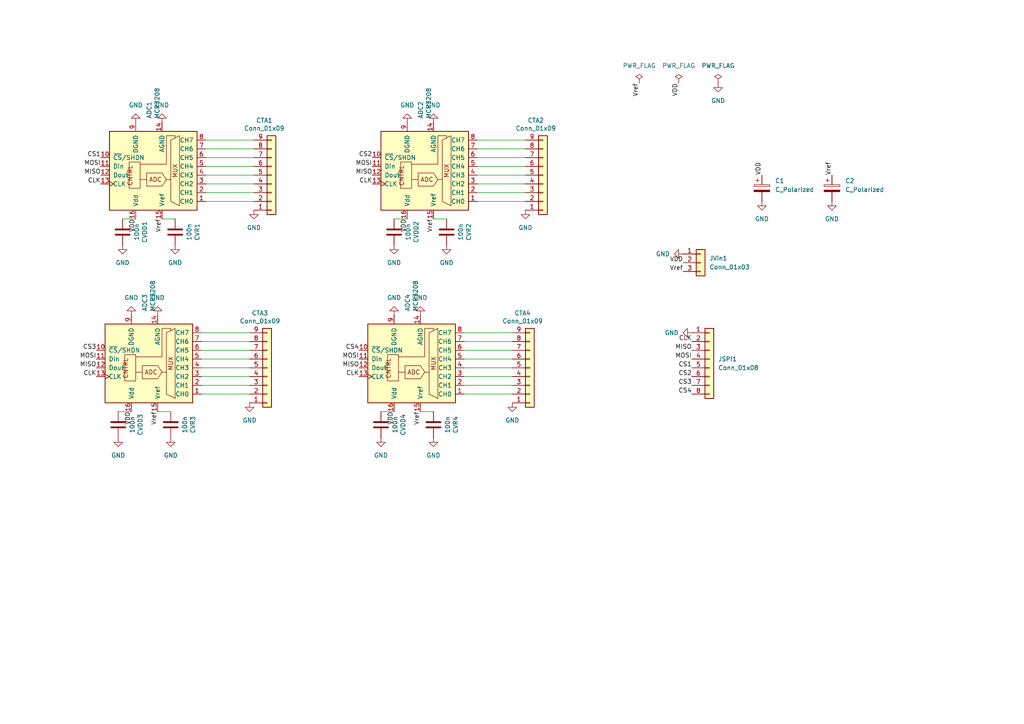
<source format=kicad_sch>
(kicad_sch (version 20231120) (generator "eeschema") (generator_version "8.0")
  (paper "A4")
  (lib_symbols
    (symbol "Analog_ADC:MCP3208" (pin_names (offset 1.016))
      (property "Reference" "U" (at -5.08 13.335 0))
      (property "Value" "MCP3208" (at -5.08 11.43 0))
      (symbol "MCP3208_0_0"
        (text "ADC" (at -0.635 1.27 0) (effects (font (size 1.27 1.27))))
        (text "CNTRL" (at 5.969 -2.921 900) (effects (font (size 1.27 1.27)) (justify left bottom)))
        (text "MUX" (at -6.35 -1.27 900) (effects (font (size 1.27 1.27))))
      )
      (symbol "MCP3208_0_1"
        (polyline (pts (xy -3.81 1.27) (xy -5.08 1.27)))
        (polyline (pts (xy 1.905 1.27) (xy 3.81 1.27)))
        (polyline (pts (xy -7.62 8.89) (xy -7.62 -11.43) (xy -5.08 -10.16) (xy -5.08 7.62) (xy -7.62 8.89)))
        (polyline (pts (xy 3.81 -3.175) (xy -3.81 -3.175) (xy -3.81 -11.43) (xy -6.35 -11.43) (xy -6.35 -10.795)))
        (polyline (pts (xy 1.905 3.175) (xy 1.905 -0.635) (xy -2.54 -0.635) (xy -3.81 1.27) (xy -2.54 3.175) (xy 1.905 3.175)))
        (rectangle (start 3.81 -3.81) (end 6.985 3.81))
        (rectangle (start 12.7 -12.7) (end -12.7 10.16) (stroke (width 0.254)) (fill (type background)))
      )
      (symbol "MCP3208_1_1"
        (pin input line (at -15.24 7.62 0) (length 2.54) (name "CH0") (number "1"))
        (pin input line (at 15.24 -5.08 180) (length 2.54) (name "~{CS}/SHDN") (number "10"))
        (pin input line (at 15.24 -2.54 180) (length 2.54) (name "Din") (number "11"))
        (pin output line (at 15.24 0 180) (length 2.54) (name "Dout") (number "12"))
        (pin input clock (at 15.24 2.54 180) (length 2.54) (name "CLK") (number "13"))
        (pin power_in line (at -2.54 -15.24 90) (length 2.54) (name "AGND") (number "14"))
        (pin power_in line (at -2.54 12.7 270) (length 2.54) (name "Vref") (number "15"))
        (pin power_in line (at 5.08 12.7 270) (length 2.54) (name "Vdd") (number "16"))
        (pin input line (at -15.24 5.08 0) (length 2.54) (name "CH1") (number "2"))
        (pin input line (at -15.24 2.54 0) (length 2.54) (name "CH2") (number "3"))
        (pin input line (at -15.24 0 0) (length 2.54) (name "CH3") (number "4"))
        (pin input line (at -15.24 -2.54 0) (length 2.54) (name "CH4") (number "5"))
        (pin input line (at -15.24 -5.08 0) (length 2.54) (name "CH5") (number "6"))
        (pin input line (at -15.24 -7.62 0) (length 2.54) (name "CH6") (number "7"))
        (pin input line (at -15.24 -10.16 0) (length 2.54) (name "CH7") (number "8"))
        (pin power_in line (at 5.08 -15.24 90) (length 2.54) (name "DGND") (number "9"))
      )
    )
    (symbol "Connector_Generic:Conn_01x03" (pin_names (offset 1.016) hide)
      (property "Reference" "J" (at 0 5.08 0))
      (property "Value" "Conn_01x03" (at 0 -5.08 0))
      (symbol "Conn_01x03_1_1"
        (rectangle (start -1.27 -2.413) (end 0 -2.667) (stroke (width 0.1524)))
        (rectangle (start -1.27 0.127) (end 0 -0.127) (stroke (width 0.1524)))
        (rectangle (start -1.27 2.667) (end 0 2.413) (stroke (width 0.1524)))
        (rectangle (start -1.27 3.81) (end 1.27 -3.81) (stroke (width 0.254)) (fill (type background)))
        (pin passive line (at -5.08 2.54 0) (length 3.81) (name "Pin_1") (number "1"))
        (pin passive line (at -5.08 0 0) (length 3.81) (name "Pin_2") (number "2"))
        (pin passive line (at -5.08 -2.54 0) (length 3.81) (name "Pin_3") (number "3"))
      )
    )
    (symbol "Connector_Generic:Conn_01x08" (pin_names (offset 1.016) hide)
      (property "Reference" "J" (at 0 10.16 0))
      (property "Value" "Conn_01x08" (at 0 -12.7 0))
      (symbol "Conn_01x08_1_1"
        (rectangle (start -1.27 -10.033) (end 0 -10.287) (stroke (width 0.1524)))
        (rectangle (start -1.27 -7.493) (end 0 -7.747) (stroke (width 0.1524)))
        (rectangle (start -1.27 -4.953) (end 0 -5.207) (stroke (width 0.1524)))
        (rectangle (start -1.27 -2.413) (end 0 -2.667) (stroke (width 0.1524)))
        (rectangle (start -1.27 0.127) (end 0 -0.127) (stroke (width 0.1524)))
        (rectangle (start -1.27 2.667) (end 0 2.413) (stroke (width 0.1524)))
        (rectangle (start -1.27 5.207) (end 0 4.953) (stroke (width 0.1524)))
        (rectangle (start -1.27 7.747) (end 0 7.493) (stroke (width 0.1524)))
        (rectangle (start -1.27 8.89) (end 1.27 -11.43) (stroke (width 0.254)) (fill (type background)))
        (pin passive line (at -5.08 7.62 0) (length 3.81) (name "Pin_1") (number "1"))
        (pin passive line (at -5.08 5.08 0) (length 3.81) (name "Pin_2") (number "2"))
        (pin passive line (at -5.08 2.54 0) (length 3.81) (name "Pin_3") (number "3"))
        (pin passive line (at -5.08 0 0) (length 3.81) (name "Pin_4") (number "4"))
        (pin passive line (at -5.08 -2.54 0) (length 3.81) (name "Pin_5") (number "5"))
        (pin passive line (at -5.08 -5.08 0) (length 3.81) (name "Pin_6") (number "6"))
        (pin passive line (at -5.08 -7.62 0) (length 3.81) (name "Pin_7") (number "7"))
        (pin passive line (at -5.08 -10.16 0) (length 3.81) (name "Pin_8") (number "8"))
      )
    )
    (symbol "Connector_Generic:Conn_01x09" (pin_names (offset 1.016) hide)
      (property "Reference" "J" (at 0 12.7 0))
      (property "Value" "Conn_01x09" (at 0 -12.7 0))
      (symbol "Conn_01x09_1_1"
        (rectangle (start -1.27 -10.033) (end 0 -10.287) (stroke (width 0.1524)))
        (rectangle (start -1.27 -7.493) (end 0 -7.747) (stroke (width 0.1524)))
        (rectangle (start -1.27 -4.953) (end 0 -5.207) (stroke (width 0.1524)))
        (rectangle (start -1.27 -2.413) (end 0 -2.667) (stroke (width 0.1524)))
        (rectangle (start -1.27 0.127) (end 0 -0.127) (stroke (width 0.1524)))
        (rectangle (start -1.27 2.667) (end 0 2.413) (stroke (width 0.1524)))
        (rectangle (start -1.27 5.207) (end 0 4.953) (stroke (width 0.1524)))
        (rectangle (start -1.27 7.747) (end 0 7.493) (stroke (width 0.1524)))
        (rectangle (start -1.27 10.287) (end 0 10.033) (stroke (width 0.1524)))
        (rectangle (start -1.27 11.43) (end 1.27 -11.43) (stroke (width 0.254)) (fill (type background)))
        (pin passive line (at -5.08 10.16 0) (length 3.81) (name "Pin_1") (number "1"))
        (pin passive line (at -5.08 7.62 0) (length 3.81) (name "Pin_2") (number "2"))
        (pin passive line (at -5.08 5.08 0) (length 3.81) (name "Pin_3") (number "3"))
        (pin passive line (at -5.08 2.54 0) (length 3.81) (name "Pin_4") (number "4"))
        (pin passive line (at -5.08 0 0) (length 3.81) (name "Pin_5") (number "5"))
        (pin passive line (at -5.08 -2.54 0) (length 3.81) (name "Pin_6") (number "6"))
        (pin passive line (at -5.08 -5.08 0) (length 3.81) (name "Pin_7") (number "7"))
        (pin passive line (at -5.08 -7.62 0) (length 3.81) (name "Pin_8") (number "8"))
        (pin passive line (at -5.08 -10.16 0) (length 3.81) (name "Pin_9") (number "9"))
      )
    )
    (symbol "Device:C" (pin_numbers hide) (pin_names (offset 0.254))
      (property "Reference" "C" (at 0.635 2.54 0))
      (property "Value" "C" (at 0.635 -2.54 0))
      (symbol "C_0_1"
        (polyline (pts (xy -2.032 -0.762) (xy 2.032 -0.762)) (stroke (width 0.508)))
        (polyline (pts (xy -2.032 0.762) (xy 2.032 0.762)) (stroke (width 0.508)))
      )
      (symbol "C_1_1"
        (pin passive line (at 0 3.81 270) (length 2.794) (name "~") (number "1"))
        (pin passive line (at 0 -3.81 90) (length 2.794) (name "~") (number "2"))
      )
    )
    (symbol "Device:C_Polarized" (pin_numbers hide) (pin_names (offset 0.254))
      (property "Reference" "C" (at 0.635 2.54 0))
      (property "Value" "C_Polarized" (at 0.635 -2.54 0))
      (symbol "C_Polarized_0_1"
        (rectangle (start -2.286 0.508) (end 2.286 1.016))
        (polyline (pts (xy -1.778 2.286) (xy -0.762 2.286)))
        (polyline (pts (xy -1.27 2.794) (xy -1.27 1.778)))
        (rectangle (start 2.286 -0.508) (end -2.286 -1.016) (fill (type outline)))
      )
      (symbol "C_Polarized_1_1"
        (pin passive line (at 0 3.81 270) (length 2.794) (name "~") (number "1"))
        (pin passive line (at 0 -3.81 90) (length 2.794) (name "~") (number "2"))
      )
    )
    (symbol "power:GND" (power) (pin_numbers hide) (pin_names (offset 0) hide)
      (property "Value" "GND" (at 0 -3.81 0))
      (symbol "GND_0_1"
        (polyline (pts (xy 0 0) (xy 0 -1.27) (xy 1.27 -1.27) (xy 0 -2.54) (xy -1.27 -1.27) (xy 0 -1.27)))
      )
      (symbol "GND_1_1"
        (pin power_in line (at 0 0 270) (length 0) (name "~") (number "1"))
      )
    )
    (symbol "power:PWR_FLAG" (power) (pin_numbers hide) (pin_names (offset 0) hide)
      (property "Value" "PWR_FLAG" (at 0 3.81 0))
      (symbol "PWR_FLAG_0_0"
        (pin power_out line (at 0 0 90) (length 0) (name "~") (number "1"))
      )
      (symbol "PWR_FLAG_0_1"
        (polyline (pts (xy 0 0) (xy 0 1.27) (xy -1.016 1.905) (xy 0 2.54) (xy 1.016 1.905) (xy 0 1.27)))
      )
    )
  )
  (wire (pts (xy 138.43 55.88) (xy 152.4 55.88)))
  (wire (pts (xy 59.69 43.18) (xy 73.66 43.18)))
  (wire (pts (xy 59.69 48.26) (xy 73.66 48.26)))
  (wire (pts (xy 59.69 58.42) (xy 73.66 58.42)))
  (wire (pts (xy 134.62 114.3) (xy 148.59 114.3)))
  (wire (pts (xy 58.42 106.68) (xy 72.39 106.68)))
  (wire (pts (xy 138.43 53.34) (xy 152.4 53.34)))
  (wire (pts (xy 134.62 111.76) (xy 148.59 111.76)))
  (wire (pts (xy 58.42 104.14) (xy 72.39 104.14)))
  (wire (pts (xy 138.43 45.72) (xy 152.4 45.72)))
  (wire (pts (xy 138.43 50.8) (xy 152.4 50.8)))
  (wire (pts (xy 59.69 53.34) (xy 73.66 53.34)))
  (wire (pts (xy 134.62 109.22) (xy 148.59 109.22)))
  (wire (pts (xy 35.56 63.5) (xy 39.37 63.5)))
  (wire (pts (xy 58.42 111.76) (xy 72.39 111.76)))
  (wire (pts (xy 58.42 99.06) (xy 72.39 99.06)))
  (wire (pts (xy 138.43 40.64) (xy 152.4 40.64)))
  (wire (pts (xy 59.69 50.8) (xy 73.66 50.8)))
  (wire (pts (xy 138.43 58.42) (xy 152.4 58.42)))
  (wire (pts (xy 34.29 119.38) (xy 38.1 119.38)))
  (wire (pts (xy 58.42 96.52) (xy 72.39 96.52)))
  (wire (pts (xy 129.54 63.5) (xy 125.73 63.5)))
  (wire (pts (xy 134.62 104.14) (xy 148.59 104.14)))
  (wire (pts (xy 110.49 119.38) (xy 114.3 119.38)))
  (wire (pts (xy 138.43 48.26) (xy 152.4 48.26)))
  (wire (pts (xy 59.69 45.72) (xy 73.66 45.72)))
  (wire (pts (xy 58.42 101.6) (xy 72.39 101.6)))
  (wire (pts (xy 134.62 96.52) (xy 148.59 96.52)))
  (wire (pts (xy 134.62 99.06) (xy 148.59 99.06)))
  (wire (pts (xy 58.42 109.22) (xy 72.39 109.22)))
  (wire (pts (xy 59.69 55.88) (xy 73.66 55.88)))
  (wire (pts (xy 134.62 106.68) (xy 148.59 106.68)))
  (wire (pts (xy 58.42 114.3) (xy 72.39 114.3)))
  (wire (pts (xy 114.3 63.5) (xy 118.11 63.5)))
  (wire (pts (xy 134.62 101.6) (xy 148.59 101.6)))
  (wire (pts (xy 125.73 119.38) (xy 121.92 119.38)))
  (wire (pts (xy 138.43 43.18) (xy 152.4 43.18)))
  (wire (pts (xy 59.69 40.64) (xy 73.66 40.64)))
  (wire (pts (xy 50.8 63.5) (xy 46.99 63.5)))
  (wire (pts (xy 49.53 119.38) (xy 45.72 119.38)))
  (label "Vref" (at 241.3 50.8 90))
  (label "Vref" (at 125.73 63.5 270))
  (label "CS1" (at 200.66 106.68 180))
  (label "MISO" (at 27.94 106.68 180))
  (label "CS2" (at 107.95 45.72 180))
  (label "MOSI" (at 104.14 104.14 180))
  (label "CLK" (at 27.94 109.22 180))
  (label "MISO" (at 107.95 50.8 180))
  (label "CLK" (at 29.21 53.34 180))
  (label "CLK" (at 107.95 53.34 180))
  (label "CS4" (at 104.14 101.6 180))
  (label "VDD" (at 220.98 50.8 90))
  (label "CS1" (at 29.21 45.72 180))
  (label "MOSI" (at 200.66 104.14 180))
  (label "CS3" (at 27.94 101.6 180))
  (label "VDD" (at 118.11 63.5 270))
  (label "MOSI" (at 27.94 104.14 180))
  (label "CS2" (at 200.66 109.22 180))
  (label "CS4" (at 200.66 114.3 180))
  (label "CLK" (at 200.66 99.06 180))
  (label "VDD" (at 198.12 76.2 180))
  (label "MOSI" (at 107.95 48.26 180))
  (label "VDD" (at 38.1 119.38 270))
  (label "Vref" (at 121.92 119.38 270))
  (label "Vref" (at 185.42 24.13 270))
  (label "CS3" (at 200.66 111.76 180))
  (label "VDD" (at 114.3 119.38 270))
  (label "Vref" (at 45.72 119.38 270))
  (label "Vref" (at 198.12 78.74 180))
  (label "VDD" (at 196.85 24.13 270))
  (label "VDD" (at 39.37 63.5 270))
  (label "MOSI" (at 29.21 48.26 180))
  (label "Vref" (at 46.99 63.5 270))
  (label "MISO" (at 200.66 101.6 180))
  (label "MISO" (at 104.14 106.68 180))
  (label "MISO" (at 29.21 50.8 180))
  (label "CLK" (at 104.14 109.22 180))
  (symbol (lib_id "Analog_ADC:MCP3208") (at 123.19 50.8 180) (unit 1)
    (property "Reference" "ADC2" (at 122.0216 34.4424 90) (effects (justify right)))
    (property "Value" "MCP3208" (at 124.333 34.4424 90) (effects (justify right)))
    (property "Footprint" "Package_DIP:DIP-16_W7.62mm_LongPads" (effects (hide yes)))
    (property "Datasheet" "http://ww1.microchip.com/downloads/en/DeviceDoc/21298c.pdf" (effects (hide yes)))
  )
  (symbol (lib_id "Analog_ADC:MCP3208") (at 43.18 106.68 180) (unit 1)
    (property "Reference" "ADC3" (at 42.0116 90.3224 90) (effects (justify right)))
    (property "Value" "MCP3208" (at 44.323 90.3224 90) (effects (justify right)))
    (property "Footprint" "Package_DIP:DIP-16_W7.62mm_LongPads" (effects (hide yes)))
    (property "Datasheet" "http://ww1.microchip.com/downloads/en/DeviceDoc/21298c.pdf" (effects (hide yes)))
  )
  (symbol (lib_id "Analog_ADC:MCP3208") (at 119.38 106.68 180) (unit 1)
    (property "Reference" "ADC4" (at 118.2116 90.3224 90) (effects (justify right)))
    (property "Value" "MCP3208" (at 120.523 90.3224 90) (effects (justify right)))
    (property "Footprint" "Package_DIP:DIP-16_W7.62mm_LongPads" (effects (hide yes)))
    (property "Datasheet" "http://ww1.microchip.com/downloads/en/DeviceDoc/21298c.pdf" (effects (hide yes)))
  )
  (symbol (lib_id "Device:C") (at 50.8 67.31 180) (unit 1)
    (property "Reference" "CVR1" (at 57.2008 67.31 90))
    (property "Value" "100n" (at 54.8894 67.31 90))
    (property "Footprint" "Capacitor_THT:C_Rect_L7.2mm_W3.0mm_P5.00mm_FKS2_FKP2_MKS2_MKP2" (effects (hide yes)))
  )
  (symbol (lib_id "Device:C") (at 35.56 67.31 180) (unit 1)
    (property "Reference" "CVDD1" (at 41.9608 67.31 90))
    (property "Value" "100n" (at 39.6494 67.31 90))
    (property "Footprint" "Capacitor_THT:C_Rect_L7.2mm_W3.0mm_P5.00mm_FKS2_FKP2_MKS2_MKP2" (effects (hide yes)))
  )
  (symbol (lib_id "Device:C") (at 114.3 67.31 180) (unit 1)
    (property "Reference" "CVDD2" (at 120.7008 67.31 90))
    (property "Value" "100n" (at 118.3894 67.31 90))
    (property "Footprint" "Capacitor_THT:C_Rect_L7.2mm_W3.0mm_P5.00mm_FKS2_FKP2_MKS2_MKP2" (effects (hide yes)))
  )
  (symbol (lib_id "Device:C") (at 129.54 67.31 180) (unit 1)
    (property "Reference" "CVR2" (at 135.9408 67.31 90))
    (property "Value" "100n" (at 133.6294 67.31 90))
    (property "Footprint" "Capacitor_THT:C_Rect_L7.2mm_W3.0mm_P5.00mm_FKS2_FKP2_MKS2_MKP2" (effects (hide yes)))
  )
  (symbol (lib_id "Device:C") (at 34.29 123.19 180) (unit 1)
    (property "Reference" "CVDD3" (at 40.6908 123.19 90))
    (property "Value" "100n" (at 38.3794 123.19 90))
    (property "Footprint" "Capacitor_THT:C_Rect_L7.2mm_W3.0mm_P5.00mm_FKS2_FKP2_MKS2_MKP2" (effects (hide yes)))
  )
  (symbol (lib_id "Device:C") (at 49.53 123.19 180) (unit 1)
    (property "Reference" "CVR3" (at 55.9308 123.19 90))
    (property "Value" "100n" (at 53.6194 123.19 90))
    (property "Footprint" "Capacitor_THT:C_Rect_L7.2mm_W3.0mm_P5.00mm_FKS2_FKP2_MKS2_MKP2" (effects (hide yes)))
  )
  (symbol (lib_id "Device:C") (at 110.49 123.19 180) (unit 1)
    (property "Reference" "CVDD4" (at 116.8908 123.19 90))
    (property "Value" "100n" (at 114.5794 123.19 90))
    (property "Footprint" "Capacitor_THT:C_Rect_L7.2mm_W3.0mm_P5.00mm_FKS2_FKP2_MKS2_MKP2" (effects (hide yes)))
  )
  (symbol (lib_id "Device:C") (at 125.73 123.19 180) (unit 1)
    (property "Reference" "CVR4" (at 132.1308 123.19 90))
    (property "Value" "100n" (at 129.8194 123.19 90))
    (property "Footprint" "Capacitor_THT:C_Rect_L7.2mm_W3.0mm_P5.00mm_FKS2_FKP2_MKS2_MKP2" (effects (hide yes)))
  )
  (symbol (lib_id "Analog_ADC:MCP3208") (at 44.45 50.8 180) (unit 1)
    (property "Reference" "ADC1" (at 43.2816 34.4424 90) (effects (justify right)))
    (property "Value" "MCP3208" (at 45.593 34.4424 90) (effects (justify right)))
    (property "Footprint" "Package_DIP:DIP-16_W7.62mm_LongPads" (effects (hide yes)))
    (property "Datasheet" "http://ww1.microchip.com/downloads/en/DeviceDoc/21298c.pdf" (effects (hide yes)))
  )
  (symbol (lib_id "Connector_Generic:Conn_01x09") (at 78.74 50.8 0) (mirror x) (unit 1)
    (property "Reference" "CTA1" (at 76.6572 34.925 0))
    (property "Value" "Conn_01x09" (at 76.6572 37.2364 0))
    (property "Footprint" "Connector_PinHeader_2.54mm:PinHeader_1x09_P2.54mm_Vertical" (effects (hide yes)))
  )
  (symbol (lib_id "Connector_Generic:Conn_01x09") (at 157.48 50.8 0) (mirror x) (unit 1)
    (property "Reference" "CTA2" (at 155.3972 34.925 0))
    (property "Value" "Conn_01x09" (at 155.3972 37.2364 0))
    (property "Footprint" "Connector_PinHeader_2.54mm:PinHeader_1x09_P2.54mm_Vertical" (effects (hide yes)))
  )
  (symbol (lib_id "Connector_Generic:Conn_01x09") (at 77.47 106.68 0) (mirror x) (unit 1)
    (property "Reference" "CTA3" (at 75.3872 90.805 0))
    (property "Value" "Conn_01x09" (at 75.3872 93.1164 0))
    (property "Footprint" "Connector_PinHeader_2.54mm:PinHeader_1x09_P2.54mm_Vertical" (effects (hide yes)))
  )
  (symbol (lib_id "Connector_Generic:Conn_01x09") (at 153.67 106.68 0) (mirror x) (unit 1)
    (property "Reference" "CTA4" (at 151.5872 90.805 0))
    (property "Value" "Conn_01x09" (at 151.5872 93.1164 0))
    (property "Footprint" "Connector_PinHeader_2.54mm:PinHeader_1x09_P2.54mm_Vertical" (effects (hide yes)))
  )
  (symbol (lib_id "power:GND") (at 129.54 71.12 0) (unit 1)
    (property "Reference" "#PWR08" (effects (hide yes)))
    (property "Value" "GND" (at 129.54 76.2 0))
    (property "Description" "Power symbol creates a global label with name \"GND\" , ground" (effects (hide yes)))
  )
  (symbol (lib_id "power:GND") (at 208.28 24.13 0) (unit 1)
    (property "Reference" "#PWR01" (effects (hide yes)))
    (property "Value" "GND" (at 208.28 29.21 0))
    (property "Description" "Power symbol creates a global label with name \"GND\" , ground" (effects (hide yes)))
  )
  (symbol (lib_id "power:GND") (at 34.29 127 0) (unit 1)
    (property "Reference" "#PWR015" (effects (hide yes)))
    (property "Value" "GND" (at 34.29 132.08 0))
    (property "Description" "Power symbol creates a global label with name \"GND\" , ground" (effects (hide yes)))
  )
  (symbol (lib_id "power:GND") (at 49.53 127 0) (unit 1)
    (property "Reference" "#PWR014" (effects (hide yes)))
    (property "Value" "GND" (at 49.53 132.08 0))
    (property "Description" "Power symbol creates a global label with name \"GND\" , ground" (effects (hide yes)))
  )
  (symbol (lib_id "power:GND") (at 73.66 60.96 0) (unit 1)
    (property "Reference" "#PWR010" (effects (hide yes)))
    (property "Value" "GND" (at 73.66 66.04 0))
    (property "Description" "Power symbol creates a global label with name \"GND\" , ground" (effects (hide yes)))
  )
  (symbol (lib_id "power:GND") (at 38.1 91.44 180) (unit 1)
    (property "Reference" "#PWR020" (effects (hide yes)))
    (property "Value" "GND" (at 38.1 86.36 0))
    (property "Description" "Power symbol creates a global label with name \"GND\" , ground" (effects (hide yes)))
  )
  (symbol (lib_id "Connector_Generic:Conn_01x03") (at 203.2 76.2 0) (unit 1)
    (property "Reference" "JVin1" (at 205.74 74.9299 0) (effects (justify left)))
    (property "Value" "Conn_01x03" (at 205.74 77.4699 0) (effects (justify left)))
    (property "Footprint" "Connector_PinHeader_2.54mm:PinHeader_1x03_P2.54mm_Horizontal" (effects (hide yes)))
    (property "Description" "Generic connector, single row, 01x03, script generated (kicad-library-utils/schlib/autogen/connector/)" (effects (hide yes)))
  )
  (symbol (lib_id "power:GND") (at 241.3 58.42 0) (unit 1)
    (property "Reference" "#PWR06" (effects (hide yes)))
    (property "Value" "GND" (at 241.3 63.5 0))
    (property "Description" "Power symbol creates a global label with name \"GND\" , ground" (effects (hide yes)))
  )
  (symbol (lib_id "power:PWR_FLAG") (at 196.85 24.13 0) (unit 1)
    (property "Reference" "#FLG03" (effects (hide yes)))
    (property "Value" "PWR_FLAG" (at 196.85 19.05 0))
    (property "Description" "Special symbol for telling ERC where power comes from" (effects (hide yes)))
  )
  (symbol (lib_id "power:GND") (at 46.99 35.56 180) (unit 1)
    (property "Reference" "#PWR021" (effects (hide yes)))
    (property "Value" "GND" (at 46.99 30.48 0))
    (property "Description" "Power symbol creates a global label with name \"GND\" , ground" (effects (hide yes)))
  )
  (symbol (lib_id "power:GND") (at 125.73 35.56 180) (unit 1)
    (property "Reference" "#PWR024" (effects (hide yes)))
    (property "Value" "GND" (at 125.73 30.48 0))
    (property "Description" "Power symbol creates a global label with name \"GND\" , ground" (effects (hide yes)))
  )
  (symbol (lib_id "power:GND") (at 200.66 96.52 270) (unit 1)
    (property "Reference" "#PWR04" (effects (hide yes)))
    (property "Value" "GND" (at 196.85 96.5199 90) (effects (justify right)))
    (property "Description" "Power symbol creates a global label with name \"GND\" , ground" (effects (hide yes)))
  )
  (symbol (lib_id "Device:C_Polarized") (at 241.3 54.61 0) (unit 1)
    (property "Reference" "C2" (at 245.11 52.4509 0) (effects (justify left)))
    (property "Value" "C_Polarized" (at 245.11 54.9909 0) (effects (justify left)))
    (property "Footprint" "Capacitor_THT:CP_Radial_D5.0mm_P2.50mm" (effects (hide yes)))
    (property "Description" "Polarized capacitor" (effects (hide yes)))
  )
  (symbol (lib_id "power:PWR_FLAG") (at 185.42 24.13 0) (unit 1)
    (property "Reference" "#FLG02" (effects (hide yes)))
    (property "Value" "PWR_FLAG" (at 185.42 19.05 0))
    (property "Description" "Special symbol for telling ERC where power comes from" (effects (hide yes)))
  )
  (symbol (lib_id "power:GND") (at 114.3 71.12 0) (unit 1)
    (property "Reference" "#PWR09" (effects (hide yes)))
    (property "Value" "GND" (at 114.3 76.2 0))
    (property "Description" "Power symbol creates a global label with name \"GND\" , ground" (effects (hide yes)))
  )
  (symbol (lib_id "Connector_Generic:Conn_01x08") (at 205.74 104.14 0) (unit 1)
    (property "Reference" "JSPI1" (at 208.28 104.1399 0) (effects (justify left)))
    (property "Value" "Conn_01x08" (at 208.28 106.6799 0) (effects (justify left)))
    (property "Footprint" "Connector_PinHeader_2.54mm:PinHeader_1x08_P2.54mm_Horizontal" (effects (hide yes)))
    (property "Description" "Generic connector, single row, 01x08, script generated (kicad-library-utils/schlib/autogen/connector/)" (effects (hide yes)))
  )
  (symbol (lib_id "power:GND") (at 114.3 91.44 180) (unit 1)
    (property "Reference" "#PWR018" (effects (hide yes)))
    (property "Value" "GND" (at 114.3 86.36 0))
    (property "Description" "Power symbol creates a global label with name \"GND\" , ground" (effects (hide yes)))
  )
  (symbol (lib_id "power:GND") (at 148.59 116.84 0) (unit 1)
    (property "Reference" "#PWR025" (effects (hide yes)))
    (property "Value" "GND" (at 148.59 121.92 0))
    (property "Description" "Power symbol creates a global label with name \"GND\" , ground" (effects (hide yes)))
  )
  (symbol (lib_id "power:GND") (at 198.12 73.66 270) (unit 1)
    (property "Reference" "#PWR016" (effects (hide yes)))
    (property "Value" "GND" (at 194.31 73.6599 90) (effects (justify right)))
    (property "Description" "Power symbol creates a global label with name \"GND\" , ground" (effects (hide yes)))
  )
  (symbol (lib_id "power:GND") (at 110.49 127 0) (unit 1)
    (property "Reference" "#PWR05" (effects (hide yes)))
    (property "Value" "GND" (at 110.49 132.08 0))
    (property "Description" "Power symbol creates a global label with name \"GND\" , ground" (effects (hide yes)))
  )
  (symbol (lib_id "power:GND") (at 118.11 35.56 180) (unit 1)
    (property "Reference" "#PWR023" (effects (hide yes)))
    (property "Value" "GND" (at 118.11 30.48 0))
    (property "Description" "Power symbol creates a global label with name \"GND\" , ground" (effects (hide yes)))
  )
  (symbol (lib_id "power:GND") (at 125.73 127 0) (unit 1)
    (property "Reference" "#PWR03" (effects (hide yes)))
    (property "Value" "GND" (at 125.73 132.08 0))
    (property "Description" "Power symbol creates a global label with name \"GND\" , ground" (effects (hide yes)))
  )
  (symbol (lib_id "power:GND") (at 220.98 58.42 0) (unit 1)
    (property "Reference" "#PWR02" (effects (hide yes)))
    (property "Value" "GND" (at 220.98 63.5 0))
    (property "Description" "Power symbol creates a global label with name \"GND\" , ground" (effects (hide yes)))
  )
  (symbol (lib_id "power:GND") (at 50.8 71.12 0) (unit 1)
    (property "Reference" "#PWR011" (effects (hide yes)))
    (property "Value" "GND" (at 50.8 76.2 0))
    (property "Description" "Power symbol creates a global label with name \"GND\" , ground" (effects (hide yes)))
  )
  (symbol (lib_id "power:GND") (at 35.56 71.12 0) (unit 1)
    (property "Reference" "#PWR012" (effects (hide yes)))
    (property "Value" "GND" (at 35.56 76.2 0))
    (property "Description" "Power symbol creates a global label with name \"GND\" , ground" (effects (hide yes)))
  )
  (symbol (lib_id "power:GND") (at 121.92 91.44 180) (unit 1)
    (property "Reference" "#PWR017" (effects (hide yes)))
    (property "Value" "GND" (at 121.92 86.36 0))
    (property "Description" "Power symbol creates a global label with name \"GND\" , ground" (effects (hide yes)))
  )
  (symbol (lib_id "power:PWR_FLAG") (at 208.28 24.13 0) (unit 1)
    (property "Reference" "#FLG04" (effects (hide yes)))
    (property "Value" "PWR_FLAG" (at 208.28 19.05 0))
    (property "Description" "Special symbol for telling ERC where power comes from" (effects (hide yes)))
  )
  (symbol (lib_id "power:GND") (at 152.4 60.96 0) (unit 1)
    (property "Reference" "#PWR07" (effects (hide yes)))
    (property "Value" "GND" (at 152.4 66.04 0))
    (property "Description" "Power symbol creates a global label with name \"GND\" , ground" (effects (hide yes)))
  )
  (symbol (lib_id "power:GND") (at 45.72 91.44 180) (unit 1)
    (property "Reference" "#PWR019" (effects (hide yes)))
    (property "Value" "GND" (at 45.72 86.36 0))
    (property "Description" "Power symbol creates a global label with name \"GND\" , ground" (effects (hide yes)))
  )
  (symbol (lib_id "Device:C_Polarized") (at 220.98 54.61 0) (unit 1)
    (property "Reference" "C1" (at 224.79 52.4509 0) (effects (justify left)))
    (property "Value" "C_Polarized" (at 224.79 54.9909 0) (effects (justify left)))
    (property "Footprint" "Capacitor_THT:CP_Radial_D5.0mm_P2.50mm" (effects (hide yes)))
    (property "Description" "Polarized capacitor" (effects (hide yes)))
  )
  (symbol (lib_id "power:GND") (at 39.37 35.56 180) (unit 1)
    (property "Reference" "#PWR022" (effects (hide yes)))
    (property "Value" "GND" (at 39.37 30.48 0))
    (property "Description" "Power symbol creates a global label with name \"GND\" , ground" (effects (hide yes)))
  )
  (symbol (lib_id "power:GND") (at 72.39 116.84 0) (unit 1)
    (property "Reference" "#PWR013" (effects (hide yes)))
    (property "Value" "GND" (at 72.39 121.92 0))
    (property "Description" "Power symbol creates a global label with name \"GND\" , ground" (effects (hide yes)))
  )
)
</source>
